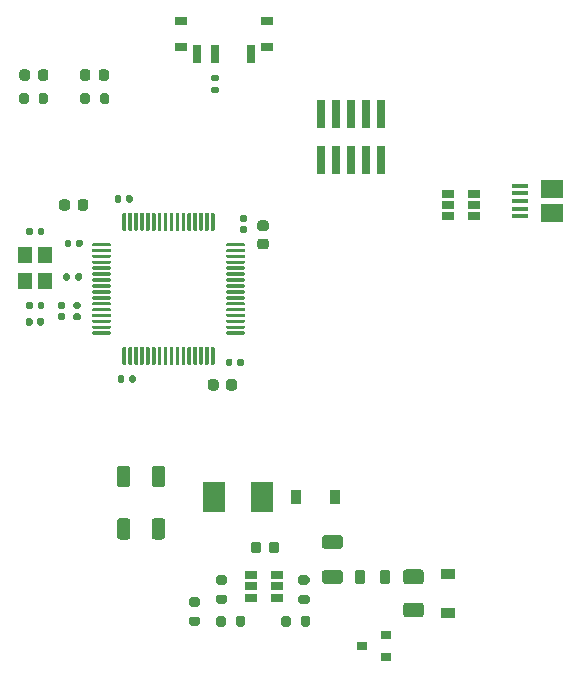
<source format=gbr>
%TF.GenerationSoftware,KiCad,Pcbnew,(5.1.8)-1*%
%TF.CreationDate,2020-12-14T19:22:24+01:00*%
%TF.ProjectId,STM32_Dev_Board,53544d33-325f-4446-9576-5f426f617264,rev?*%
%TF.SameCoordinates,Original*%
%TF.FileFunction,Paste,Top*%
%TF.FilePolarity,Positive*%
%FSLAX46Y46*%
G04 Gerber Fmt 4.6, Leading zero omitted, Abs format (unit mm)*
G04 Created by KiCad (PCBNEW (5.1.8)-1) date 2020-12-14 19:22:24*
%MOMM*%
%LPD*%
G01*
G04 APERTURE LIST*
%ADD10R,0.740000X2.400000*%
%ADD11R,1.200000X0.900000*%
%ADD12R,0.900000X1.200000*%
%ADD13R,1.900000X1.500000*%
%ADD14R,1.350000X0.400000*%
%ADD15R,1.900000X2.500000*%
%ADD16R,0.900000X0.800000*%
%ADD17R,0.700000X1.500000*%
%ADD18R,1.000000X0.800000*%
%ADD19R,1.060000X0.650000*%
%ADD20R,1.200000X1.400000*%
G04 APERTURE END LIST*
D10*
%TO.C,J4*%
X90460000Y-62700000D03*
X90460000Y-58800000D03*
X91730000Y-62700000D03*
X91730000Y-58800000D03*
X93000000Y-62700000D03*
X93000000Y-58800000D03*
X94270000Y-62700000D03*
X94270000Y-58800000D03*
X95540000Y-62700000D03*
X95540000Y-58800000D03*
%TD*%
%TO.C,C1*%
G36*
G01*
X92084001Y-98564000D02*
X90783999Y-98564000D01*
G75*
G02*
X90534000Y-98314001I0J249999D01*
G01*
X90534000Y-97663999D01*
G75*
G02*
X90783999Y-97414000I249999J0D01*
G01*
X92084001Y-97414000D01*
G75*
G02*
X92334000Y-97663999I0J-249999D01*
G01*
X92334000Y-98314001D01*
G75*
G02*
X92084001Y-98564000I-249999J0D01*
G01*
G37*
G36*
G01*
X92084001Y-95614000D02*
X90783999Y-95614000D01*
G75*
G02*
X90534000Y-95364001I0J249999D01*
G01*
X90534000Y-94713999D01*
G75*
G02*
X90783999Y-94464000I249999J0D01*
G01*
X92084001Y-94464000D01*
G75*
G02*
X92334000Y-94713999I0J-249999D01*
G01*
X92334000Y-95364001D01*
G75*
G02*
X92084001Y-95614000I-249999J0D01*
G01*
G37*
%TD*%
%TO.C,C2*%
G36*
G01*
X77277000Y-88829999D02*
X77277000Y-90130001D01*
G75*
G02*
X77027001Y-90380000I-249999J0D01*
G01*
X76376999Y-90380000D01*
G75*
G02*
X76127000Y-90130001I0J249999D01*
G01*
X76127000Y-88829999D01*
G75*
G02*
X76376999Y-88580000I249999J0D01*
G01*
X77027001Y-88580000D01*
G75*
G02*
X77277000Y-88829999I0J-249999D01*
G01*
G37*
G36*
G01*
X74327000Y-88829999D02*
X74327000Y-90130001D01*
G75*
G02*
X74077001Y-90380000I-249999J0D01*
G01*
X73426999Y-90380000D01*
G75*
G02*
X73177000Y-90130001I0J249999D01*
G01*
X73177000Y-88829999D01*
G75*
G02*
X73426999Y-88580000I249999J0D01*
G01*
X74077001Y-88580000D01*
G75*
G02*
X74327000Y-88829999I0J-249999D01*
G01*
G37*
%TD*%
%TO.C,C3*%
G36*
G01*
X74327000Y-93274999D02*
X74327000Y-94575001D01*
G75*
G02*
X74077001Y-94825000I-249999J0D01*
G01*
X73426999Y-94825000D01*
G75*
G02*
X73177000Y-94575001I0J249999D01*
G01*
X73177000Y-93274999D01*
G75*
G02*
X73426999Y-93025000I249999J0D01*
G01*
X74077001Y-93025000D01*
G75*
G02*
X74327000Y-93274999I0J-249999D01*
G01*
G37*
G36*
G01*
X77277000Y-93274999D02*
X77277000Y-94575001D01*
G75*
G02*
X77027001Y-94825000I-249999J0D01*
G01*
X76376999Y-94825000D01*
G75*
G02*
X76127000Y-94575001I0J249999D01*
G01*
X76127000Y-93274999D01*
G75*
G02*
X76376999Y-93025000I249999J0D01*
G01*
X77027001Y-93025000D01*
G75*
G02*
X77277000Y-93274999I0J-249999D01*
G01*
G37*
%TD*%
%TO.C,C4*%
G36*
G01*
X84500000Y-95750000D02*
X84500000Y-95250000D01*
G75*
G02*
X84725000Y-95025000I225000J0D01*
G01*
X85175000Y-95025000D01*
G75*
G02*
X85400000Y-95250000I0J-225000D01*
G01*
X85400000Y-95750000D01*
G75*
G02*
X85175000Y-95975000I-225000J0D01*
G01*
X84725000Y-95975000D01*
G75*
G02*
X84500000Y-95750000I0J225000D01*
G01*
G37*
G36*
G01*
X86050000Y-95750000D02*
X86050000Y-95250000D01*
G75*
G02*
X86275000Y-95025000I225000J0D01*
G01*
X86725000Y-95025000D01*
G75*
G02*
X86950000Y-95250000I0J-225000D01*
G01*
X86950000Y-95750000D01*
G75*
G02*
X86725000Y-95975000I-225000J0D01*
G01*
X86275000Y-95975000D01*
G75*
G02*
X86050000Y-95750000I0J225000D01*
G01*
G37*
%TD*%
%TO.C,C5*%
G36*
G01*
X69200000Y-66250000D02*
X69200000Y-66750000D01*
G75*
G02*
X68975000Y-66975000I-225000J0D01*
G01*
X68525000Y-66975000D01*
G75*
G02*
X68300000Y-66750000I0J225000D01*
G01*
X68300000Y-66250000D01*
G75*
G02*
X68525000Y-66025000I225000J0D01*
G01*
X68975000Y-66025000D01*
G75*
G02*
X69200000Y-66250000I0J-225000D01*
G01*
G37*
G36*
G01*
X70750000Y-66250000D02*
X70750000Y-66750000D01*
G75*
G02*
X70525000Y-66975000I-225000J0D01*
G01*
X70075000Y-66975000D01*
G75*
G02*
X69850000Y-66750000I0J225000D01*
G01*
X69850000Y-66250000D01*
G75*
G02*
X70075000Y-66025000I225000J0D01*
G01*
X70525000Y-66025000D01*
G75*
G02*
X70750000Y-66250000I0J-225000D01*
G01*
G37*
%TD*%
%TO.C,C6*%
G36*
G01*
X70280000Y-69580000D02*
X70280000Y-69920000D01*
G75*
G02*
X70140000Y-70060000I-140000J0D01*
G01*
X69860000Y-70060000D01*
G75*
G02*
X69720000Y-69920000I0J140000D01*
G01*
X69720000Y-69580000D01*
G75*
G02*
X69860000Y-69440000I140000J0D01*
G01*
X70140000Y-69440000D01*
G75*
G02*
X70280000Y-69580000I0J-140000D01*
G01*
G37*
G36*
G01*
X69320000Y-69580000D02*
X69320000Y-69920000D01*
G75*
G02*
X69180000Y-70060000I-140000J0D01*
G01*
X68900000Y-70060000D01*
G75*
G02*
X68760000Y-69920000I0J140000D01*
G01*
X68760000Y-69580000D01*
G75*
G02*
X68900000Y-69440000I140000J0D01*
G01*
X69180000Y-69440000D01*
G75*
G02*
X69320000Y-69580000I0J-140000D01*
G01*
G37*
%TD*%
%TO.C,C7*%
G36*
G01*
X73820000Y-81055000D02*
X73820000Y-81395000D01*
G75*
G02*
X73680000Y-81535000I-140000J0D01*
G01*
X73400000Y-81535000D01*
G75*
G02*
X73260000Y-81395000I0J140000D01*
G01*
X73260000Y-81055000D01*
G75*
G02*
X73400000Y-80915000I140000J0D01*
G01*
X73680000Y-80915000D01*
G75*
G02*
X73820000Y-81055000I0J-140000D01*
G01*
G37*
G36*
G01*
X74780000Y-81055000D02*
X74780000Y-81395000D01*
G75*
G02*
X74640000Y-81535000I-140000J0D01*
G01*
X74360000Y-81535000D01*
G75*
G02*
X74220000Y-81395000I0J140000D01*
G01*
X74220000Y-81055000D01*
G75*
G02*
X74360000Y-80915000I140000J0D01*
G01*
X74640000Y-80915000D01*
G75*
G02*
X74780000Y-81055000I0J-140000D01*
G01*
G37*
%TD*%
%TO.C,C8*%
G36*
G01*
X82411000Y-79998000D02*
X82411000Y-79658000D01*
G75*
G02*
X82551000Y-79518000I140000J0D01*
G01*
X82831000Y-79518000D01*
G75*
G02*
X82971000Y-79658000I0J-140000D01*
G01*
X82971000Y-79998000D01*
G75*
G02*
X82831000Y-80138000I-140000J0D01*
G01*
X82551000Y-80138000D01*
G75*
G02*
X82411000Y-79998000I0J140000D01*
G01*
G37*
G36*
G01*
X83371000Y-79998000D02*
X83371000Y-79658000D01*
G75*
G02*
X83511000Y-79518000I140000J0D01*
G01*
X83791000Y-79518000D01*
G75*
G02*
X83931000Y-79658000I0J-140000D01*
G01*
X83931000Y-79998000D01*
G75*
G02*
X83791000Y-80138000I-140000J0D01*
G01*
X83511000Y-80138000D01*
G75*
G02*
X83371000Y-79998000I0J140000D01*
G01*
G37*
%TD*%
%TO.C,C9*%
G36*
G01*
X84075000Y-67916000D02*
X83735000Y-67916000D01*
G75*
G02*
X83595000Y-67776000I0J140000D01*
G01*
X83595000Y-67496000D01*
G75*
G02*
X83735000Y-67356000I140000J0D01*
G01*
X84075000Y-67356000D01*
G75*
G02*
X84215000Y-67496000I0J-140000D01*
G01*
X84215000Y-67776000D01*
G75*
G02*
X84075000Y-67916000I-140000J0D01*
G01*
G37*
G36*
G01*
X84075000Y-68876000D02*
X83735000Y-68876000D01*
G75*
G02*
X83595000Y-68736000I0J140000D01*
G01*
X83595000Y-68456000D01*
G75*
G02*
X83735000Y-68316000I140000J0D01*
G01*
X84075000Y-68316000D01*
G75*
G02*
X84215000Y-68456000I0J-140000D01*
G01*
X84215000Y-68736000D01*
G75*
G02*
X84075000Y-68876000I-140000J0D01*
G01*
G37*
%TD*%
%TO.C,C10*%
G36*
G01*
X72990000Y-66155000D02*
X72990000Y-65815000D01*
G75*
G02*
X73130000Y-65675000I140000J0D01*
G01*
X73410000Y-65675000D01*
G75*
G02*
X73550000Y-65815000I0J-140000D01*
G01*
X73550000Y-66155000D01*
G75*
G02*
X73410000Y-66295000I-140000J0D01*
G01*
X73130000Y-66295000D01*
G75*
G02*
X72990000Y-66155000I0J140000D01*
G01*
G37*
G36*
G01*
X73950000Y-66155000D02*
X73950000Y-65815000D01*
G75*
G02*
X74090000Y-65675000I140000J0D01*
G01*
X74370000Y-65675000D01*
G75*
G02*
X74510000Y-65815000I0J-140000D01*
G01*
X74510000Y-66155000D01*
G75*
G02*
X74370000Y-66295000I-140000J0D01*
G01*
X74090000Y-66295000D01*
G75*
G02*
X73950000Y-66155000I0J140000D01*
G01*
G37*
%TD*%
%TO.C,C11*%
G36*
G01*
X68670000Y-75280000D02*
X68330000Y-75280000D01*
G75*
G02*
X68190000Y-75140000I0J140000D01*
G01*
X68190000Y-74860000D01*
G75*
G02*
X68330000Y-74720000I140000J0D01*
G01*
X68670000Y-74720000D01*
G75*
G02*
X68810000Y-74860000I0J-140000D01*
G01*
X68810000Y-75140000D01*
G75*
G02*
X68670000Y-75280000I-140000J0D01*
G01*
G37*
G36*
G01*
X68670000Y-76240000D02*
X68330000Y-76240000D01*
G75*
G02*
X68190000Y-76100000I0J140000D01*
G01*
X68190000Y-75820000D01*
G75*
G02*
X68330000Y-75680000I140000J0D01*
G01*
X68670000Y-75680000D01*
G75*
G02*
X68810000Y-75820000I0J-140000D01*
G01*
X68810000Y-76100000D01*
G75*
G02*
X68670000Y-76240000I-140000J0D01*
G01*
G37*
%TD*%
%TO.C,C12*%
G36*
G01*
X69978000Y-76240000D02*
X69638000Y-76240000D01*
G75*
G02*
X69498000Y-76100000I0J140000D01*
G01*
X69498000Y-75820000D01*
G75*
G02*
X69638000Y-75680000I140000J0D01*
G01*
X69978000Y-75680000D01*
G75*
G02*
X70118000Y-75820000I0J-140000D01*
G01*
X70118000Y-76100000D01*
G75*
G02*
X69978000Y-76240000I-140000J0D01*
G01*
G37*
G36*
G01*
X69978000Y-75280000D02*
X69638000Y-75280000D01*
G75*
G02*
X69498000Y-75140000I0J140000D01*
G01*
X69498000Y-74860000D01*
G75*
G02*
X69638000Y-74720000I140000J0D01*
G01*
X69978000Y-74720000D01*
G75*
G02*
X70118000Y-74860000I0J-140000D01*
G01*
X70118000Y-75140000D01*
G75*
G02*
X69978000Y-75280000I-140000J0D01*
G01*
G37*
%TD*%
%TO.C,C13*%
G36*
G01*
X80889000Y-81983000D02*
X80889000Y-81483000D01*
G75*
G02*
X81114000Y-81258000I225000J0D01*
G01*
X81564000Y-81258000D01*
G75*
G02*
X81789000Y-81483000I0J-225000D01*
G01*
X81789000Y-81983000D01*
G75*
G02*
X81564000Y-82208000I-225000J0D01*
G01*
X81114000Y-82208000D01*
G75*
G02*
X80889000Y-81983000I0J225000D01*
G01*
G37*
G36*
G01*
X82439000Y-81983000D02*
X82439000Y-81483000D01*
G75*
G02*
X82664000Y-81258000I225000J0D01*
G01*
X83114000Y-81258000D01*
G75*
G02*
X83339000Y-81483000I0J-225000D01*
G01*
X83339000Y-81983000D01*
G75*
G02*
X83114000Y-82208000I-225000J0D01*
G01*
X82664000Y-82208000D01*
G75*
G02*
X82439000Y-81983000I0J225000D01*
G01*
G37*
%TD*%
%TO.C,C14*%
G36*
G01*
X85806000Y-68708000D02*
X85306000Y-68708000D01*
G75*
G02*
X85081000Y-68483000I0J225000D01*
G01*
X85081000Y-68033000D01*
G75*
G02*
X85306000Y-67808000I225000J0D01*
G01*
X85806000Y-67808000D01*
G75*
G02*
X86031000Y-68033000I0J-225000D01*
G01*
X86031000Y-68483000D01*
G75*
G02*
X85806000Y-68708000I-225000J0D01*
G01*
G37*
G36*
G01*
X85806000Y-70258000D02*
X85306000Y-70258000D01*
G75*
G02*
X85081000Y-70033000I0J225000D01*
G01*
X85081000Y-69583000D01*
G75*
G02*
X85306000Y-69358000I225000J0D01*
G01*
X85806000Y-69358000D01*
G75*
G02*
X86031000Y-69583000I0J-225000D01*
G01*
X86031000Y-70033000D01*
G75*
G02*
X85806000Y-70258000I-225000J0D01*
G01*
G37*
%TD*%
%TO.C,C15*%
G36*
G01*
X65510000Y-68920000D02*
X65510000Y-68580000D01*
G75*
G02*
X65650000Y-68440000I140000J0D01*
G01*
X65930000Y-68440000D01*
G75*
G02*
X66070000Y-68580000I0J-140000D01*
G01*
X66070000Y-68920000D01*
G75*
G02*
X65930000Y-69060000I-140000J0D01*
G01*
X65650000Y-69060000D01*
G75*
G02*
X65510000Y-68920000I0J140000D01*
G01*
G37*
G36*
G01*
X66470000Y-68920000D02*
X66470000Y-68580000D01*
G75*
G02*
X66610000Y-68440000I140000J0D01*
G01*
X66890000Y-68440000D01*
G75*
G02*
X67030000Y-68580000I0J-140000D01*
G01*
X67030000Y-68920000D01*
G75*
G02*
X66890000Y-69060000I-140000J0D01*
G01*
X66610000Y-69060000D01*
G75*
G02*
X66470000Y-68920000I0J140000D01*
G01*
G37*
%TD*%
%TO.C,C16*%
G36*
G01*
X66080000Y-74830000D02*
X66080000Y-75170000D01*
G75*
G02*
X65940000Y-75310000I-140000J0D01*
G01*
X65660000Y-75310000D01*
G75*
G02*
X65520000Y-75170000I0J140000D01*
G01*
X65520000Y-74830000D01*
G75*
G02*
X65660000Y-74690000I140000J0D01*
G01*
X65940000Y-74690000D01*
G75*
G02*
X66080000Y-74830000I0J-140000D01*
G01*
G37*
G36*
G01*
X67040000Y-74830000D02*
X67040000Y-75170000D01*
G75*
G02*
X66900000Y-75310000I-140000J0D01*
G01*
X66620000Y-75310000D01*
G75*
G02*
X66480000Y-75170000I0J140000D01*
G01*
X66480000Y-74830000D01*
G75*
G02*
X66620000Y-74690000I140000J0D01*
G01*
X66900000Y-74690000D01*
G75*
G02*
X67040000Y-74830000I0J-140000D01*
G01*
G37*
%TD*%
%TO.C,D1*%
G36*
G01*
X70062500Y-55756250D02*
X70062500Y-55243750D01*
G75*
G02*
X70281250Y-55025000I218750J0D01*
G01*
X70718750Y-55025000D01*
G75*
G02*
X70937500Y-55243750I0J-218750D01*
G01*
X70937500Y-55756250D01*
G75*
G02*
X70718750Y-55975000I-218750J0D01*
G01*
X70281250Y-55975000D01*
G75*
G02*
X70062500Y-55756250I0J218750D01*
G01*
G37*
G36*
G01*
X71637500Y-55756250D02*
X71637500Y-55243750D01*
G75*
G02*
X71856250Y-55025000I218750J0D01*
G01*
X72293750Y-55025000D01*
G75*
G02*
X72512500Y-55243750I0J-218750D01*
G01*
X72512500Y-55756250D01*
G75*
G02*
X72293750Y-55975000I-218750J0D01*
G01*
X71856250Y-55975000D01*
G75*
G02*
X71637500Y-55756250I0J218750D01*
G01*
G37*
%TD*%
D11*
%TO.C,D2*%
X101213000Y-101036000D03*
X101213000Y-97736000D03*
%TD*%
D12*
%TO.C,D3*%
X91650000Y-91250000D03*
X88350000Y-91250000D03*
%TD*%
%TO.C,D4*%
G36*
G01*
X66512500Y-55756250D02*
X66512500Y-55243750D01*
G75*
G02*
X66731250Y-55025000I218750J0D01*
G01*
X67168750Y-55025000D01*
G75*
G02*
X67387500Y-55243750I0J-218750D01*
G01*
X67387500Y-55756250D01*
G75*
G02*
X67168750Y-55975000I-218750J0D01*
G01*
X66731250Y-55975000D01*
G75*
G02*
X66512500Y-55756250I0J218750D01*
G01*
G37*
G36*
G01*
X64937500Y-55756250D02*
X64937500Y-55243750D01*
G75*
G02*
X65156250Y-55025000I218750J0D01*
G01*
X65593750Y-55025000D01*
G75*
G02*
X65812500Y-55243750I0J-218750D01*
G01*
X65812500Y-55756250D01*
G75*
G02*
X65593750Y-55975000I-218750J0D01*
G01*
X65156250Y-55975000D01*
G75*
G02*
X64937500Y-55756250I0J218750D01*
G01*
G37*
%TD*%
%TO.C,F1*%
G36*
G01*
X97667000Y-97361000D02*
X98917000Y-97361000D01*
G75*
G02*
X99167000Y-97611000I0J-250000D01*
G01*
X99167000Y-98361000D01*
G75*
G02*
X98917000Y-98611000I-250000J0D01*
G01*
X97667000Y-98611000D01*
G75*
G02*
X97417000Y-98361000I0J250000D01*
G01*
X97417000Y-97611000D01*
G75*
G02*
X97667000Y-97361000I250000J0D01*
G01*
G37*
G36*
G01*
X97667000Y-100161000D02*
X98917000Y-100161000D01*
G75*
G02*
X99167000Y-100411000I0J-250000D01*
G01*
X99167000Y-101161000D01*
G75*
G02*
X98917000Y-101411000I-250000J0D01*
G01*
X97667000Y-101411000D01*
G75*
G02*
X97417000Y-101161000I0J250000D01*
G01*
X97417000Y-100411000D01*
G75*
G02*
X97667000Y-100161000I250000J0D01*
G01*
G37*
%TD*%
%TO.C,FB1*%
G36*
G01*
X93316500Y-98370250D02*
X93316500Y-97607750D01*
G75*
G02*
X93535250Y-97389000I218750J0D01*
G01*
X93972750Y-97389000D01*
G75*
G02*
X94191500Y-97607750I0J-218750D01*
G01*
X94191500Y-98370250D01*
G75*
G02*
X93972750Y-98589000I-218750J0D01*
G01*
X93535250Y-98589000D01*
G75*
G02*
X93316500Y-98370250I0J218750D01*
G01*
G37*
G36*
G01*
X95441500Y-98370250D02*
X95441500Y-97607750D01*
G75*
G02*
X95660250Y-97389000I218750J0D01*
G01*
X96097750Y-97389000D01*
G75*
G02*
X96316500Y-97607750I0J-218750D01*
G01*
X96316500Y-98370250D01*
G75*
G02*
X96097750Y-98589000I-218750J0D01*
G01*
X95660250Y-98589000D01*
G75*
G02*
X95441500Y-98370250I0J218750D01*
G01*
G37*
%TD*%
D13*
%TO.C,J1*%
X110000000Y-65175000D03*
D14*
X107300000Y-66825000D03*
X107300000Y-67475000D03*
X107300000Y-64875000D03*
X107300000Y-65525000D03*
X107300000Y-66175000D03*
D13*
X110000000Y-67175000D03*
%TD*%
%TO.C,L1*%
G36*
G01*
X65455000Y-76571500D02*
X65455000Y-76226500D01*
G75*
G02*
X65602500Y-76079000I147500J0D01*
G01*
X65897500Y-76079000D01*
G75*
G02*
X66045000Y-76226500I0J-147500D01*
G01*
X66045000Y-76571500D01*
G75*
G02*
X65897500Y-76719000I-147500J0D01*
G01*
X65602500Y-76719000D01*
G75*
G02*
X65455000Y-76571500I0J147500D01*
G01*
G37*
G36*
G01*
X66425000Y-76571500D02*
X66425000Y-76226500D01*
G75*
G02*
X66572500Y-76079000I147500J0D01*
G01*
X66867500Y-76079000D01*
G75*
G02*
X67015000Y-76226500I0J-147500D01*
G01*
X67015000Y-76571500D01*
G75*
G02*
X66867500Y-76719000I-147500J0D01*
G01*
X66572500Y-76719000D01*
G75*
G02*
X66425000Y-76571500I0J147500D01*
G01*
G37*
%TD*%
D15*
%TO.C,L2*%
X85500000Y-91250000D03*
X81400000Y-91250000D03*
%TD*%
D16*
%TO.C,Q1*%
X95974000Y-104781000D03*
X95974000Y-102881000D03*
X93974000Y-103831000D03*
%TD*%
%TO.C,R1*%
G36*
G01*
X89296000Y-98650000D02*
X88746000Y-98650000D01*
G75*
G02*
X88546000Y-98450000I0J200000D01*
G01*
X88546000Y-98050000D01*
G75*
G02*
X88746000Y-97850000I200000J0D01*
G01*
X89296000Y-97850000D01*
G75*
G02*
X89496000Y-98050000I0J-200000D01*
G01*
X89496000Y-98450000D01*
G75*
G02*
X89296000Y-98650000I-200000J0D01*
G01*
G37*
G36*
G01*
X89296000Y-100300000D02*
X88746000Y-100300000D01*
G75*
G02*
X88546000Y-100100000I0J200000D01*
G01*
X88546000Y-99700000D01*
G75*
G02*
X88746000Y-99500000I200000J0D01*
G01*
X89296000Y-99500000D01*
G75*
G02*
X89496000Y-99700000I0J-200000D01*
G01*
X89496000Y-100100000D01*
G75*
G02*
X89296000Y-100300000I-200000J0D01*
G01*
G37*
%TD*%
%TO.C,R2*%
G36*
G01*
X87100000Y-102025000D02*
X87100000Y-101475000D01*
G75*
G02*
X87300000Y-101275000I200000J0D01*
G01*
X87700000Y-101275000D01*
G75*
G02*
X87900000Y-101475000I0J-200000D01*
G01*
X87900000Y-102025000D01*
G75*
G02*
X87700000Y-102225000I-200000J0D01*
G01*
X87300000Y-102225000D01*
G75*
G02*
X87100000Y-102025000I0J200000D01*
G01*
G37*
G36*
G01*
X88750000Y-102025000D02*
X88750000Y-101475000D01*
G75*
G02*
X88950000Y-101275000I200000J0D01*
G01*
X89350000Y-101275000D01*
G75*
G02*
X89550000Y-101475000I0J-200000D01*
G01*
X89550000Y-102025000D01*
G75*
G02*
X89350000Y-102225000I-200000J0D01*
G01*
X88950000Y-102225000D01*
G75*
G02*
X88750000Y-102025000I0J200000D01*
G01*
G37*
%TD*%
%TO.C,R3*%
G36*
G01*
X82311000Y-100294000D02*
X81761000Y-100294000D01*
G75*
G02*
X81561000Y-100094000I0J200000D01*
G01*
X81561000Y-99694000D01*
G75*
G02*
X81761000Y-99494000I200000J0D01*
G01*
X82311000Y-99494000D01*
G75*
G02*
X82511000Y-99694000I0J-200000D01*
G01*
X82511000Y-100094000D01*
G75*
G02*
X82311000Y-100294000I-200000J0D01*
G01*
G37*
G36*
G01*
X82311000Y-98644000D02*
X81761000Y-98644000D01*
G75*
G02*
X81561000Y-98444000I0J200000D01*
G01*
X81561000Y-98044000D01*
G75*
G02*
X81761000Y-97844000I200000J0D01*
G01*
X82311000Y-97844000D01*
G75*
G02*
X82511000Y-98044000I0J-200000D01*
G01*
X82511000Y-98444000D01*
G75*
G02*
X82311000Y-98644000I-200000J0D01*
G01*
G37*
%TD*%
%TO.C,R4*%
G36*
G01*
X80025000Y-102150000D02*
X79475000Y-102150000D01*
G75*
G02*
X79275000Y-101950000I0J200000D01*
G01*
X79275000Y-101550000D01*
G75*
G02*
X79475000Y-101350000I200000J0D01*
G01*
X80025000Y-101350000D01*
G75*
G02*
X80225000Y-101550000I0J-200000D01*
G01*
X80225000Y-101950000D01*
G75*
G02*
X80025000Y-102150000I-200000J0D01*
G01*
G37*
G36*
G01*
X80025000Y-100500000D02*
X79475000Y-100500000D01*
G75*
G02*
X79275000Y-100300000I0J200000D01*
G01*
X79275000Y-99900000D01*
G75*
G02*
X79475000Y-99700000I200000J0D01*
G01*
X80025000Y-99700000D01*
G75*
G02*
X80225000Y-99900000I0J-200000D01*
G01*
X80225000Y-100300000D01*
G75*
G02*
X80025000Y-100500000I-200000J0D01*
G01*
G37*
%TD*%
%TO.C,R5*%
G36*
G01*
X82400000Y-101475000D02*
X82400000Y-102025000D01*
G75*
G02*
X82200000Y-102225000I-200000J0D01*
G01*
X81800000Y-102225000D01*
G75*
G02*
X81600000Y-102025000I0J200000D01*
G01*
X81600000Y-101475000D01*
G75*
G02*
X81800000Y-101275000I200000J0D01*
G01*
X82200000Y-101275000D01*
G75*
G02*
X82400000Y-101475000I0J-200000D01*
G01*
G37*
G36*
G01*
X84050000Y-101475000D02*
X84050000Y-102025000D01*
G75*
G02*
X83850000Y-102225000I-200000J0D01*
G01*
X83450000Y-102225000D01*
G75*
G02*
X83250000Y-102025000I0J200000D01*
G01*
X83250000Y-101475000D01*
G75*
G02*
X83450000Y-101275000I200000J0D01*
G01*
X83850000Y-101275000D01*
G75*
G02*
X84050000Y-101475000I0J-200000D01*
G01*
G37*
%TD*%
%TO.C,R6*%
G36*
G01*
X65700000Y-57225000D02*
X65700000Y-57775000D01*
G75*
G02*
X65500000Y-57975000I-200000J0D01*
G01*
X65100000Y-57975000D01*
G75*
G02*
X64900000Y-57775000I0J200000D01*
G01*
X64900000Y-57225000D01*
G75*
G02*
X65100000Y-57025000I200000J0D01*
G01*
X65500000Y-57025000D01*
G75*
G02*
X65700000Y-57225000I0J-200000D01*
G01*
G37*
G36*
G01*
X67350000Y-57225000D02*
X67350000Y-57775000D01*
G75*
G02*
X67150000Y-57975000I-200000J0D01*
G01*
X66750000Y-57975000D01*
G75*
G02*
X66550000Y-57775000I0J200000D01*
G01*
X66550000Y-57225000D01*
G75*
G02*
X66750000Y-57025000I200000J0D01*
G01*
X67150000Y-57025000D01*
G75*
G02*
X67350000Y-57225000I0J-200000D01*
G01*
G37*
%TD*%
%TO.C,R7*%
G36*
G01*
X81315000Y-55480000D02*
X81685000Y-55480000D01*
G75*
G02*
X81820000Y-55615000I0J-135000D01*
G01*
X81820000Y-55885000D01*
G75*
G02*
X81685000Y-56020000I-135000J0D01*
G01*
X81315000Y-56020000D01*
G75*
G02*
X81180000Y-55885000I0J135000D01*
G01*
X81180000Y-55615000D01*
G75*
G02*
X81315000Y-55480000I135000J0D01*
G01*
G37*
G36*
G01*
X81315000Y-56500000D02*
X81685000Y-56500000D01*
G75*
G02*
X81820000Y-56635000I0J-135000D01*
G01*
X81820000Y-56905000D01*
G75*
G02*
X81685000Y-57040000I-135000J0D01*
G01*
X81315000Y-57040000D01*
G75*
G02*
X81180000Y-56905000I0J135000D01*
G01*
X81180000Y-56635000D01*
G75*
G02*
X81315000Y-56500000I135000J0D01*
G01*
G37*
%TD*%
%TO.C,R8*%
G36*
G01*
X69189000Y-72404000D02*
X69189000Y-72774000D01*
G75*
G02*
X69054000Y-72909000I-135000J0D01*
G01*
X68784000Y-72909000D01*
G75*
G02*
X68649000Y-72774000I0J135000D01*
G01*
X68649000Y-72404000D01*
G75*
G02*
X68784000Y-72269000I135000J0D01*
G01*
X69054000Y-72269000D01*
G75*
G02*
X69189000Y-72404000I0J-135000D01*
G01*
G37*
G36*
G01*
X70209000Y-72404000D02*
X70209000Y-72774000D01*
G75*
G02*
X70074000Y-72909000I-135000J0D01*
G01*
X69804000Y-72909000D01*
G75*
G02*
X69669000Y-72774000I0J135000D01*
G01*
X69669000Y-72404000D01*
G75*
G02*
X69804000Y-72269000I135000J0D01*
G01*
X70074000Y-72269000D01*
G75*
G02*
X70209000Y-72404000I0J-135000D01*
G01*
G37*
%TD*%
%TO.C,R9*%
G36*
G01*
X72550000Y-57225000D02*
X72550000Y-57775000D01*
G75*
G02*
X72350000Y-57975000I-200000J0D01*
G01*
X71950000Y-57975000D01*
G75*
G02*
X71750000Y-57775000I0J200000D01*
G01*
X71750000Y-57225000D01*
G75*
G02*
X71950000Y-57025000I200000J0D01*
G01*
X72350000Y-57025000D01*
G75*
G02*
X72550000Y-57225000I0J-200000D01*
G01*
G37*
G36*
G01*
X70900000Y-57225000D02*
X70900000Y-57775000D01*
G75*
G02*
X70700000Y-57975000I-200000J0D01*
G01*
X70300000Y-57975000D01*
G75*
G02*
X70100000Y-57775000I0J200000D01*
G01*
X70100000Y-57225000D01*
G75*
G02*
X70300000Y-57025000I200000J0D01*
G01*
X70700000Y-57025000D01*
G75*
G02*
X70900000Y-57225000I0J-200000D01*
G01*
G37*
%TD*%
D17*
%TO.C,SW1*%
X84500000Y-53750000D03*
X81500000Y-53750000D03*
X80000000Y-53750000D03*
D18*
X85900000Y-50890000D03*
X78600000Y-50890000D03*
X78600000Y-53100000D03*
X85900000Y-53100000D03*
%TD*%
%TO.C,U1*%
G36*
G01*
X71105000Y-69930000D02*
X71105000Y-69780000D01*
G75*
G02*
X71180000Y-69705000I75000J0D01*
G01*
X72580000Y-69705000D01*
G75*
G02*
X72655000Y-69780000I0J-75000D01*
G01*
X72655000Y-69930000D01*
G75*
G02*
X72580000Y-70005000I-75000J0D01*
G01*
X71180000Y-70005000D01*
G75*
G02*
X71105000Y-69930000I0J75000D01*
G01*
G37*
G36*
G01*
X71105000Y-70430000D02*
X71105000Y-70280000D01*
G75*
G02*
X71180000Y-70205000I75000J0D01*
G01*
X72580000Y-70205000D01*
G75*
G02*
X72655000Y-70280000I0J-75000D01*
G01*
X72655000Y-70430000D01*
G75*
G02*
X72580000Y-70505000I-75000J0D01*
G01*
X71180000Y-70505000D01*
G75*
G02*
X71105000Y-70430000I0J75000D01*
G01*
G37*
G36*
G01*
X71105000Y-70930000D02*
X71105000Y-70780000D01*
G75*
G02*
X71180000Y-70705000I75000J0D01*
G01*
X72580000Y-70705000D01*
G75*
G02*
X72655000Y-70780000I0J-75000D01*
G01*
X72655000Y-70930000D01*
G75*
G02*
X72580000Y-71005000I-75000J0D01*
G01*
X71180000Y-71005000D01*
G75*
G02*
X71105000Y-70930000I0J75000D01*
G01*
G37*
G36*
G01*
X71105000Y-71430000D02*
X71105000Y-71280000D01*
G75*
G02*
X71180000Y-71205000I75000J0D01*
G01*
X72580000Y-71205000D01*
G75*
G02*
X72655000Y-71280000I0J-75000D01*
G01*
X72655000Y-71430000D01*
G75*
G02*
X72580000Y-71505000I-75000J0D01*
G01*
X71180000Y-71505000D01*
G75*
G02*
X71105000Y-71430000I0J75000D01*
G01*
G37*
G36*
G01*
X71105000Y-71930000D02*
X71105000Y-71780000D01*
G75*
G02*
X71180000Y-71705000I75000J0D01*
G01*
X72580000Y-71705000D01*
G75*
G02*
X72655000Y-71780000I0J-75000D01*
G01*
X72655000Y-71930000D01*
G75*
G02*
X72580000Y-72005000I-75000J0D01*
G01*
X71180000Y-72005000D01*
G75*
G02*
X71105000Y-71930000I0J75000D01*
G01*
G37*
G36*
G01*
X71105000Y-72430000D02*
X71105000Y-72280000D01*
G75*
G02*
X71180000Y-72205000I75000J0D01*
G01*
X72580000Y-72205000D01*
G75*
G02*
X72655000Y-72280000I0J-75000D01*
G01*
X72655000Y-72430000D01*
G75*
G02*
X72580000Y-72505000I-75000J0D01*
G01*
X71180000Y-72505000D01*
G75*
G02*
X71105000Y-72430000I0J75000D01*
G01*
G37*
G36*
G01*
X71105000Y-72930000D02*
X71105000Y-72780000D01*
G75*
G02*
X71180000Y-72705000I75000J0D01*
G01*
X72580000Y-72705000D01*
G75*
G02*
X72655000Y-72780000I0J-75000D01*
G01*
X72655000Y-72930000D01*
G75*
G02*
X72580000Y-73005000I-75000J0D01*
G01*
X71180000Y-73005000D01*
G75*
G02*
X71105000Y-72930000I0J75000D01*
G01*
G37*
G36*
G01*
X71105000Y-73430000D02*
X71105000Y-73280000D01*
G75*
G02*
X71180000Y-73205000I75000J0D01*
G01*
X72580000Y-73205000D01*
G75*
G02*
X72655000Y-73280000I0J-75000D01*
G01*
X72655000Y-73430000D01*
G75*
G02*
X72580000Y-73505000I-75000J0D01*
G01*
X71180000Y-73505000D01*
G75*
G02*
X71105000Y-73430000I0J75000D01*
G01*
G37*
G36*
G01*
X71105000Y-73930000D02*
X71105000Y-73780000D01*
G75*
G02*
X71180000Y-73705000I75000J0D01*
G01*
X72580000Y-73705000D01*
G75*
G02*
X72655000Y-73780000I0J-75000D01*
G01*
X72655000Y-73930000D01*
G75*
G02*
X72580000Y-74005000I-75000J0D01*
G01*
X71180000Y-74005000D01*
G75*
G02*
X71105000Y-73930000I0J75000D01*
G01*
G37*
G36*
G01*
X71105000Y-74430000D02*
X71105000Y-74280000D01*
G75*
G02*
X71180000Y-74205000I75000J0D01*
G01*
X72580000Y-74205000D01*
G75*
G02*
X72655000Y-74280000I0J-75000D01*
G01*
X72655000Y-74430000D01*
G75*
G02*
X72580000Y-74505000I-75000J0D01*
G01*
X71180000Y-74505000D01*
G75*
G02*
X71105000Y-74430000I0J75000D01*
G01*
G37*
G36*
G01*
X71105000Y-74930000D02*
X71105000Y-74780000D01*
G75*
G02*
X71180000Y-74705000I75000J0D01*
G01*
X72580000Y-74705000D01*
G75*
G02*
X72655000Y-74780000I0J-75000D01*
G01*
X72655000Y-74930000D01*
G75*
G02*
X72580000Y-75005000I-75000J0D01*
G01*
X71180000Y-75005000D01*
G75*
G02*
X71105000Y-74930000I0J75000D01*
G01*
G37*
G36*
G01*
X71105000Y-75430000D02*
X71105000Y-75280000D01*
G75*
G02*
X71180000Y-75205000I75000J0D01*
G01*
X72580000Y-75205000D01*
G75*
G02*
X72655000Y-75280000I0J-75000D01*
G01*
X72655000Y-75430000D01*
G75*
G02*
X72580000Y-75505000I-75000J0D01*
G01*
X71180000Y-75505000D01*
G75*
G02*
X71105000Y-75430000I0J75000D01*
G01*
G37*
G36*
G01*
X71105000Y-75930000D02*
X71105000Y-75780000D01*
G75*
G02*
X71180000Y-75705000I75000J0D01*
G01*
X72580000Y-75705000D01*
G75*
G02*
X72655000Y-75780000I0J-75000D01*
G01*
X72655000Y-75930000D01*
G75*
G02*
X72580000Y-76005000I-75000J0D01*
G01*
X71180000Y-76005000D01*
G75*
G02*
X71105000Y-75930000I0J75000D01*
G01*
G37*
G36*
G01*
X71105000Y-76430000D02*
X71105000Y-76280000D01*
G75*
G02*
X71180000Y-76205000I75000J0D01*
G01*
X72580000Y-76205000D01*
G75*
G02*
X72655000Y-76280000I0J-75000D01*
G01*
X72655000Y-76430000D01*
G75*
G02*
X72580000Y-76505000I-75000J0D01*
G01*
X71180000Y-76505000D01*
G75*
G02*
X71105000Y-76430000I0J75000D01*
G01*
G37*
G36*
G01*
X71105000Y-76930000D02*
X71105000Y-76780000D01*
G75*
G02*
X71180000Y-76705000I75000J0D01*
G01*
X72580000Y-76705000D01*
G75*
G02*
X72655000Y-76780000I0J-75000D01*
G01*
X72655000Y-76930000D01*
G75*
G02*
X72580000Y-77005000I-75000J0D01*
G01*
X71180000Y-77005000D01*
G75*
G02*
X71105000Y-76930000I0J75000D01*
G01*
G37*
G36*
G01*
X71105000Y-77430000D02*
X71105000Y-77280000D01*
G75*
G02*
X71180000Y-77205000I75000J0D01*
G01*
X72580000Y-77205000D01*
G75*
G02*
X72655000Y-77280000I0J-75000D01*
G01*
X72655000Y-77430000D01*
G75*
G02*
X72580000Y-77505000I-75000J0D01*
G01*
X71180000Y-77505000D01*
G75*
G02*
X71105000Y-77430000I0J75000D01*
G01*
G37*
G36*
G01*
X73655000Y-79980000D02*
X73655000Y-78580000D01*
G75*
G02*
X73730000Y-78505000I75000J0D01*
G01*
X73880000Y-78505000D01*
G75*
G02*
X73955000Y-78580000I0J-75000D01*
G01*
X73955000Y-79980000D01*
G75*
G02*
X73880000Y-80055000I-75000J0D01*
G01*
X73730000Y-80055000D01*
G75*
G02*
X73655000Y-79980000I0J75000D01*
G01*
G37*
G36*
G01*
X74155000Y-79980000D02*
X74155000Y-78580000D01*
G75*
G02*
X74230000Y-78505000I75000J0D01*
G01*
X74380000Y-78505000D01*
G75*
G02*
X74455000Y-78580000I0J-75000D01*
G01*
X74455000Y-79980000D01*
G75*
G02*
X74380000Y-80055000I-75000J0D01*
G01*
X74230000Y-80055000D01*
G75*
G02*
X74155000Y-79980000I0J75000D01*
G01*
G37*
G36*
G01*
X74655000Y-79980000D02*
X74655000Y-78580000D01*
G75*
G02*
X74730000Y-78505000I75000J0D01*
G01*
X74880000Y-78505000D01*
G75*
G02*
X74955000Y-78580000I0J-75000D01*
G01*
X74955000Y-79980000D01*
G75*
G02*
X74880000Y-80055000I-75000J0D01*
G01*
X74730000Y-80055000D01*
G75*
G02*
X74655000Y-79980000I0J75000D01*
G01*
G37*
G36*
G01*
X75155000Y-79980000D02*
X75155000Y-78580000D01*
G75*
G02*
X75230000Y-78505000I75000J0D01*
G01*
X75380000Y-78505000D01*
G75*
G02*
X75455000Y-78580000I0J-75000D01*
G01*
X75455000Y-79980000D01*
G75*
G02*
X75380000Y-80055000I-75000J0D01*
G01*
X75230000Y-80055000D01*
G75*
G02*
X75155000Y-79980000I0J75000D01*
G01*
G37*
G36*
G01*
X75655000Y-79980000D02*
X75655000Y-78580000D01*
G75*
G02*
X75730000Y-78505000I75000J0D01*
G01*
X75880000Y-78505000D01*
G75*
G02*
X75955000Y-78580000I0J-75000D01*
G01*
X75955000Y-79980000D01*
G75*
G02*
X75880000Y-80055000I-75000J0D01*
G01*
X75730000Y-80055000D01*
G75*
G02*
X75655000Y-79980000I0J75000D01*
G01*
G37*
G36*
G01*
X76155000Y-79980000D02*
X76155000Y-78580000D01*
G75*
G02*
X76230000Y-78505000I75000J0D01*
G01*
X76380000Y-78505000D01*
G75*
G02*
X76455000Y-78580000I0J-75000D01*
G01*
X76455000Y-79980000D01*
G75*
G02*
X76380000Y-80055000I-75000J0D01*
G01*
X76230000Y-80055000D01*
G75*
G02*
X76155000Y-79980000I0J75000D01*
G01*
G37*
G36*
G01*
X76655000Y-79980000D02*
X76655000Y-78580000D01*
G75*
G02*
X76730000Y-78505000I75000J0D01*
G01*
X76880000Y-78505000D01*
G75*
G02*
X76955000Y-78580000I0J-75000D01*
G01*
X76955000Y-79980000D01*
G75*
G02*
X76880000Y-80055000I-75000J0D01*
G01*
X76730000Y-80055000D01*
G75*
G02*
X76655000Y-79980000I0J75000D01*
G01*
G37*
G36*
G01*
X77155000Y-79980000D02*
X77155000Y-78580000D01*
G75*
G02*
X77230000Y-78505000I75000J0D01*
G01*
X77380000Y-78505000D01*
G75*
G02*
X77455000Y-78580000I0J-75000D01*
G01*
X77455000Y-79980000D01*
G75*
G02*
X77380000Y-80055000I-75000J0D01*
G01*
X77230000Y-80055000D01*
G75*
G02*
X77155000Y-79980000I0J75000D01*
G01*
G37*
G36*
G01*
X77655000Y-79980000D02*
X77655000Y-78580000D01*
G75*
G02*
X77730000Y-78505000I75000J0D01*
G01*
X77880000Y-78505000D01*
G75*
G02*
X77955000Y-78580000I0J-75000D01*
G01*
X77955000Y-79980000D01*
G75*
G02*
X77880000Y-80055000I-75000J0D01*
G01*
X77730000Y-80055000D01*
G75*
G02*
X77655000Y-79980000I0J75000D01*
G01*
G37*
G36*
G01*
X78155000Y-79980000D02*
X78155000Y-78580000D01*
G75*
G02*
X78230000Y-78505000I75000J0D01*
G01*
X78380000Y-78505000D01*
G75*
G02*
X78455000Y-78580000I0J-75000D01*
G01*
X78455000Y-79980000D01*
G75*
G02*
X78380000Y-80055000I-75000J0D01*
G01*
X78230000Y-80055000D01*
G75*
G02*
X78155000Y-79980000I0J75000D01*
G01*
G37*
G36*
G01*
X78655000Y-79980000D02*
X78655000Y-78580000D01*
G75*
G02*
X78730000Y-78505000I75000J0D01*
G01*
X78880000Y-78505000D01*
G75*
G02*
X78955000Y-78580000I0J-75000D01*
G01*
X78955000Y-79980000D01*
G75*
G02*
X78880000Y-80055000I-75000J0D01*
G01*
X78730000Y-80055000D01*
G75*
G02*
X78655000Y-79980000I0J75000D01*
G01*
G37*
G36*
G01*
X79155000Y-79980000D02*
X79155000Y-78580000D01*
G75*
G02*
X79230000Y-78505000I75000J0D01*
G01*
X79380000Y-78505000D01*
G75*
G02*
X79455000Y-78580000I0J-75000D01*
G01*
X79455000Y-79980000D01*
G75*
G02*
X79380000Y-80055000I-75000J0D01*
G01*
X79230000Y-80055000D01*
G75*
G02*
X79155000Y-79980000I0J75000D01*
G01*
G37*
G36*
G01*
X79655000Y-79980000D02*
X79655000Y-78580000D01*
G75*
G02*
X79730000Y-78505000I75000J0D01*
G01*
X79880000Y-78505000D01*
G75*
G02*
X79955000Y-78580000I0J-75000D01*
G01*
X79955000Y-79980000D01*
G75*
G02*
X79880000Y-80055000I-75000J0D01*
G01*
X79730000Y-80055000D01*
G75*
G02*
X79655000Y-79980000I0J75000D01*
G01*
G37*
G36*
G01*
X80155000Y-79980000D02*
X80155000Y-78580000D01*
G75*
G02*
X80230000Y-78505000I75000J0D01*
G01*
X80380000Y-78505000D01*
G75*
G02*
X80455000Y-78580000I0J-75000D01*
G01*
X80455000Y-79980000D01*
G75*
G02*
X80380000Y-80055000I-75000J0D01*
G01*
X80230000Y-80055000D01*
G75*
G02*
X80155000Y-79980000I0J75000D01*
G01*
G37*
G36*
G01*
X80655000Y-79980000D02*
X80655000Y-78580000D01*
G75*
G02*
X80730000Y-78505000I75000J0D01*
G01*
X80880000Y-78505000D01*
G75*
G02*
X80955000Y-78580000I0J-75000D01*
G01*
X80955000Y-79980000D01*
G75*
G02*
X80880000Y-80055000I-75000J0D01*
G01*
X80730000Y-80055000D01*
G75*
G02*
X80655000Y-79980000I0J75000D01*
G01*
G37*
G36*
G01*
X81155000Y-79980000D02*
X81155000Y-78580000D01*
G75*
G02*
X81230000Y-78505000I75000J0D01*
G01*
X81380000Y-78505000D01*
G75*
G02*
X81455000Y-78580000I0J-75000D01*
G01*
X81455000Y-79980000D01*
G75*
G02*
X81380000Y-80055000I-75000J0D01*
G01*
X81230000Y-80055000D01*
G75*
G02*
X81155000Y-79980000I0J75000D01*
G01*
G37*
G36*
G01*
X82455000Y-77430000D02*
X82455000Y-77280000D01*
G75*
G02*
X82530000Y-77205000I75000J0D01*
G01*
X83930000Y-77205000D01*
G75*
G02*
X84005000Y-77280000I0J-75000D01*
G01*
X84005000Y-77430000D01*
G75*
G02*
X83930000Y-77505000I-75000J0D01*
G01*
X82530000Y-77505000D01*
G75*
G02*
X82455000Y-77430000I0J75000D01*
G01*
G37*
G36*
G01*
X82455000Y-76930000D02*
X82455000Y-76780000D01*
G75*
G02*
X82530000Y-76705000I75000J0D01*
G01*
X83930000Y-76705000D01*
G75*
G02*
X84005000Y-76780000I0J-75000D01*
G01*
X84005000Y-76930000D01*
G75*
G02*
X83930000Y-77005000I-75000J0D01*
G01*
X82530000Y-77005000D01*
G75*
G02*
X82455000Y-76930000I0J75000D01*
G01*
G37*
G36*
G01*
X82455000Y-76430000D02*
X82455000Y-76280000D01*
G75*
G02*
X82530000Y-76205000I75000J0D01*
G01*
X83930000Y-76205000D01*
G75*
G02*
X84005000Y-76280000I0J-75000D01*
G01*
X84005000Y-76430000D01*
G75*
G02*
X83930000Y-76505000I-75000J0D01*
G01*
X82530000Y-76505000D01*
G75*
G02*
X82455000Y-76430000I0J75000D01*
G01*
G37*
G36*
G01*
X82455000Y-75930000D02*
X82455000Y-75780000D01*
G75*
G02*
X82530000Y-75705000I75000J0D01*
G01*
X83930000Y-75705000D01*
G75*
G02*
X84005000Y-75780000I0J-75000D01*
G01*
X84005000Y-75930000D01*
G75*
G02*
X83930000Y-76005000I-75000J0D01*
G01*
X82530000Y-76005000D01*
G75*
G02*
X82455000Y-75930000I0J75000D01*
G01*
G37*
G36*
G01*
X82455000Y-75430000D02*
X82455000Y-75280000D01*
G75*
G02*
X82530000Y-75205000I75000J0D01*
G01*
X83930000Y-75205000D01*
G75*
G02*
X84005000Y-75280000I0J-75000D01*
G01*
X84005000Y-75430000D01*
G75*
G02*
X83930000Y-75505000I-75000J0D01*
G01*
X82530000Y-75505000D01*
G75*
G02*
X82455000Y-75430000I0J75000D01*
G01*
G37*
G36*
G01*
X82455000Y-74930000D02*
X82455000Y-74780000D01*
G75*
G02*
X82530000Y-74705000I75000J0D01*
G01*
X83930000Y-74705000D01*
G75*
G02*
X84005000Y-74780000I0J-75000D01*
G01*
X84005000Y-74930000D01*
G75*
G02*
X83930000Y-75005000I-75000J0D01*
G01*
X82530000Y-75005000D01*
G75*
G02*
X82455000Y-74930000I0J75000D01*
G01*
G37*
G36*
G01*
X82455000Y-74430000D02*
X82455000Y-74280000D01*
G75*
G02*
X82530000Y-74205000I75000J0D01*
G01*
X83930000Y-74205000D01*
G75*
G02*
X84005000Y-74280000I0J-75000D01*
G01*
X84005000Y-74430000D01*
G75*
G02*
X83930000Y-74505000I-75000J0D01*
G01*
X82530000Y-74505000D01*
G75*
G02*
X82455000Y-74430000I0J75000D01*
G01*
G37*
G36*
G01*
X82455000Y-73930000D02*
X82455000Y-73780000D01*
G75*
G02*
X82530000Y-73705000I75000J0D01*
G01*
X83930000Y-73705000D01*
G75*
G02*
X84005000Y-73780000I0J-75000D01*
G01*
X84005000Y-73930000D01*
G75*
G02*
X83930000Y-74005000I-75000J0D01*
G01*
X82530000Y-74005000D01*
G75*
G02*
X82455000Y-73930000I0J75000D01*
G01*
G37*
G36*
G01*
X82455000Y-73430000D02*
X82455000Y-73280000D01*
G75*
G02*
X82530000Y-73205000I75000J0D01*
G01*
X83930000Y-73205000D01*
G75*
G02*
X84005000Y-73280000I0J-75000D01*
G01*
X84005000Y-73430000D01*
G75*
G02*
X83930000Y-73505000I-75000J0D01*
G01*
X82530000Y-73505000D01*
G75*
G02*
X82455000Y-73430000I0J75000D01*
G01*
G37*
G36*
G01*
X82455000Y-72930000D02*
X82455000Y-72780000D01*
G75*
G02*
X82530000Y-72705000I75000J0D01*
G01*
X83930000Y-72705000D01*
G75*
G02*
X84005000Y-72780000I0J-75000D01*
G01*
X84005000Y-72930000D01*
G75*
G02*
X83930000Y-73005000I-75000J0D01*
G01*
X82530000Y-73005000D01*
G75*
G02*
X82455000Y-72930000I0J75000D01*
G01*
G37*
G36*
G01*
X82455000Y-72430000D02*
X82455000Y-72280000D01*
G75*
G02*
X82530000Y-72205000I75000J0D01*
G01*
X83930000Y-72205000D01*
G75*
G02*
X84005000Y-72280000I0J-75000D01*
G01*
X84005000Y-72430000D01*
G75*
G02*
X83930000Y-72505000I-75000J0D01*
G01*
X82530000Y-72505000D01*
G75*
G02*
X82455000Y-72430000I0J75000D01*
G01*
G37*
G36*
G01*
X82455000Y-71930000D02*
X82455000Y-71780000D01*
G75*
G02*
X82530000Y-71705000I75000J0D01*
G01*
X83930000Y-71705000D01*
G75*
G02*
X84005000Y-71780000I0J-75000D01*
G01*
X84005000Y-71930000D01*
G75*
G02*
X83930000Y-72005000I-75000J0D01*
G01*
X82530000Y-72005000D01*
G75*
G02*
X82455000Y-71930000I0J75000D01*
G01*
G37*
G36*
G01*
X82455000Y-71430000D02*
X82455000Y-71280000D01*
G75*
G02*
X82530000Y-71205000I75000J0D01*
G01*
X83930000Y-71205000D01*
G75*
G02*
X84005000Y-71280000I0J-75000D01*
G01*
X84005000Y-71430000D01*
G75*
G02*
X83930000Y-71505000I-75000J0D01*
G01*
X82530000Y-71505000D01*
G75*
G02*
X82455000Y-71430000I0J75000D01*
G01*
G37*
G36*
G01*
X82455000Y-70930000D02*
X82455000Y-70780000D01*
G75*
G02*
X82530000Y-70705000I75000J0D01*
G01*
X83930000Y-70705000D01*
G75*
G02*
X84005000Y-70780000I0J-75000D01*
G01*
X84005000Y-70930000D01*
G75*
G02*
X83930000Y-71005000I-75000J0D01*
G01*
X82530000Y-71005000D01*
G75*
G02*
X82455000Y-70930000I0J75000D01*
G01*
G37*
G36*
G01*
X82455000Y-70430000D02*
X82455000Y-70280000D01*
G75*
G02*
X82530000Y-70205000I75000J0D01*
G01*
X83930000Y-70205000D01*
G75*
G02*
X84005000Y-70280000I0J-75000D01*
G01*
X84005000Y-70430000D01*
G75*
G02*
X83930000Y-70505000I-75000J0D01*
G01*
X82530000Y-70505000D01*
G75*
G02*
X82455000Y-70430000I0J75000D01*
G01*
G37*
G36*
G01*
X82455000Y-69930000D02*
X82455000Y-69780000D01*
G75*
G02*
X82530000Y-69705000I75000J0D01*
G01*
X83930000Y-69705000D01*
G75*
G02*
X84005000Y-69780000I0J-75000D01*
G01*
X84005000Y-69930000D01*
G75*
G02*
X83930000Y-70005000I-75000J0D01*
G01*
X82530000Y-70005000D01*
G75*
G02*
X82455000Y-69930000I0J75000D01*
G01*
G37*
G36*
G01*
X81155000Y-68630000D02*
X81155000Y-67230000D01*
G75*
G02*
X81230000Y-67155000I75000J0D01*
G01*
X81380000Y-67155000D01*
G75*
G02*
X81455000Y-67230000I0J-75000D01*
G01*
X81455000Y-68630000D01*
G75*
G02*
X81380000Y-68705000I-75000J0D01*
G01*
X81230000Y-68705000D01*
G75*
G02*
X81155000Y-68630000I0J75000D01*
G01*
G37*
G36*
G01*
X80655000Y-68630000D02*
X80655000Y-67230000D01*
G75*
G02*
X80730000Y-67155000I75000J0D01*
G01*
X80880000Y-67155000D01*
G75*
G02*
X80955000Y-67230000I0J-75000D01*
G01*
X80955000Y-68630000D01*
G75*
G02*
X80880000Y-68705000I-75000J0D01*
G01*
X80730000Y-68705000D01*
G75*
G02*
X80655000Y-68630000I0J75000D01*
G01*
G37*
G36*
G01*
X80155000Y-68630000D02*
X80155000Y-67230000D01*
G75*
G02*
X80230000Y-67155000I75000J0D01*
G01*
X80380000Y-67155000D01*
G75*
G02*
X80455000Y-67230000I0J-75000D01*
G01*
X80455000Y-68630000D01*
G75*
G02*
X80380000Y-68705000I-75000J0D01*
G01*
X80230000Y-68705000D01*
G75*
G02*
X80155000Y-68630000I0J75000D01*
G01*
G37*
G36*
G01*
X79655000Y-68630000D02*
X79655000Y-67230000D01*
G75*
G02*
X79730000Y-67155000I75000J0D01*
G01*
X79880000Y-67155000D01*
G75*
G02*
X79955000Y-67230000I0J-75000D01*
G01*
X79955000Y-68630000D01*
G75*
G02*
X79880000Y-68705000I-75000J0D01*
G01*
X79730000Y-68705000D01*
G75*
G02*
X79655000Y-68630000I0J75000D01*
G01*
G37*
G36*
G01*
X79155000Y-68630000D02*
X79155000Y-67230000D01*
G75*
G02*
X79230000Y-67155000I75000J0D01*
G01*
X79380000Y-67155000D01*
G75*
G02*
X79455000Y-67230000I0J-75000D01*
G01*
X79455000Y-68630000D01*
G75*
G02*
X79380000Y-68705000I-75000J0D01*
G01*
X79230000Y-68705000D01*
G75*
G02*
X79155000Y-68630000I0J75000D01*
G01*
G37*
G36*
G01*
X78655000Y-68630000D02*
X78655000Y-67230000D01*
G75*
G02*
X78730000Y-67155000I75000J0D01*
G01*
X78880000Y-67155000D01*
G75*
G02*
X78955000Y-67230000I0J-75000D01*
G01*
X78955000Y-68630000D01*
G75*
G02*
X78880000Y-68705000I-75000J0D01*
G01*
X78730000Y-68705000D01*
G75*
G02*
X78655000Y-68630000I0J75000D01*
G01*
G37*
G36*
G01*
X78155000Y-68630000D02*
X78155000Y-67230000D01*
G75*
G02*
X78230000Y-67155000I75000J0D01*
G01*
X78380000Y-67155000D01*
G75*
G02*
X78455000Y-67230000I0J-75000D01*
G01*
X78455000Y-68630000D01*
G75*
G02*
X78380000Y-68705000I-75000J0D01*
G01*
X78230000Y-68705000D01*
G75*
G02*
X78155000Y-68630000I0J75000D01*
G01*
G37*
G36*
G01*
X77655000Y-68630000D02*
X77655000Y-67230000D01*
G75*
G02*
X77730000Y-67155000I75000J0D01*
G01*
X77880000Y-67155000D01*
G75*
G02*
X77955000Y-67230000I0J-75000D01*
G01*
X77955000Y-68630000D01*
G75*
G02*
X77880000Y-68705000I-75000J0D01*
G01*
X77730000Y-68705000D01*
G75*
G02*
X77655000Y-68630000I0J75000D01*
G01*
G37*
G36*
G01*
X77155000Y-68630000D02*
X77155000Y-67230000D01*
G75*
G02*
X77230000Y-67155000I75000J0D01*
G01*
X77380000Y-67155000D01*
G75*
G02*
X77455000Y-67230000I0J-75000D01*
G01*
X77455000Y-68630000D01*
G75*
G02*
X77380000Y-68705000I-75000J0D01*
G01*
X77230000Y-68705000D01*
G75*
G02*
X77155000Y-68630000I0J75000D01*
G01*
G37*
G36*
G01*
X76655000Y-68630000D02*
X76655000Y-67230000D01*
G75*
G02*
X76730000Y-67155000I75000J0D01*
G01*
X76880000Y-67155000D01*
G75*
G02*
X76955000Y-67230000I0J-75000D01*
G01*
X76955000Y-68630000D01*
G75*
G02*
X76880000Y-68705000I-75000J0D01*
G01*
X76730000Y-68705000D01*
G75*
G02*
X76655000Y-68630000I0J75000D01*
G01*
G37*
G36*
G01*
X76155000Y-68630000D02*
X76155000Y-67230000D01*
G75*
G02*
X76230000Y-67155000I75000J0D01*
G01*
X76380000Y-67155000D01*
G75*
G02*
X76455000Y-67230000I0J-75000D01*
G01*
X76455000Y-68630000D01*
G75*
G02*
X76380000Y-68705000I-75000J0D01*
G01*
X76230000Y-68705000D01*
G75*
G02*
X76155000Y-68630000I0J75000D01*
G01*
G37*
G36*
G01*
X75655000Y-68630000D02*
X75655000Y-67230000D01*
G75*
G02*
X75730000Y-67155000I75000J0D01*
G01*
X75880000Y-67155000D01*
G75*
G02*
X75955000Y-67230000I0J-75000D01*
G01*
X75955000Y-68630000D01*
G75*
G02*
X75880000Y-68705000I-75000J0D01*
G01*
X75730000Y-68705000D01*
G75*
G02*
X75655000Y-68630000I0J75000D01*
G01*
G37*
G36*
G01*
X75155000Y-68630000D02*
X75155000Y-67230000D01*
G75*
G02*
X75230000Y-67155000I75000J0D01*
G01*
X75380000Y-67155000D01*
G75*
G02*
X75455000Y-67230000I0J-75000D01*
G01*
X75455000Y-68630000D01*
G75*
G02*
X75380000Y-68705000I-75000J0D01*
G01*
X75230000Y-68705000D01*
G75*
G02*
X75155000Y-68630000I0J75000D01*
G01*
G37*
G36*
G01*
X74655000Y-68630000D02*
X74655000Y-67230000D01*
G75*
G02*
X74730000Y-67155000I75000J0D01*
G01*
X74880000Y-67155000D01*
G75*
G02*
X74955000Y-67230000I0J-75000D01*
G01*
X74955000Y-68630000D01*
G75*
G02*
X74880000Y-68705000I-75000J0D01*
G01*
X74730000Y-68705000D01*
G75*
G02*
X74655000Y-68630000I0J75000D01*
G01*
G37*
G36*
G01*
X74155000Y-68630000D02*
X74155000Y-67230000D01*
G75*
G02*
X74230000Y-67155000I75000J0D01*
G01*
X74380000Y-67155000D01*
G75*
G02*
X74455000Y-67230000I0J-75000D01*
G01*
X74455000Y-68630000D01*
G75*
G02*
X74380000Y-68705000I-75000J0D01*
G01*
X74230000Y-68705000D01*
G75*
G02*
X74155000Y-68630000I0J75000D01*
G01*
G37*
G36*
G01*
X73655000Y-68630000D02*
X73655000Y-67230000D01*
G75*
G02*
X73730000Y-67155000I75000J0D01*
G01*
X73880000Y-67155000D01*
G75*
G02*
X73955000Y-67230000I0J-75000D01*
G01*
X73955000Y-68630000D01*
G75*
G02*
X73880000Y-68705000I-75000J0D01*
G01*
X73730000Y-68705000D01*
G75*
G02*
X73655000Y-68630000I0J75000D01*
G01*
G37*
%TD*%
D19*
%TO.C,U2*%
X86700000Y-98800000D03*
X86700000Y-97850000D03*
X86700000Y-99750000D03*
X84500000Y-99750000D03*
X84500000Y-98800000D03*
X84500000Y-97850000D03*
%TD*%
%TO.C,U3*%
X103450000Y-67450000D03*
X103450000Y-66500000D03*
X103450000Y-65550000D03*
X101250000Y-65550000D03*
X101250000Y-67450000D03*
X101250000Y-66500000D03*
%TD*%
D20*
%TO.C,Y1*%
X65402000Y-70750000D03*
X65402000Y-72950000D03*
X67102000Y-72950000D03*
X67102000Y-70750000D03*
%TD*%
M02*

</source>
